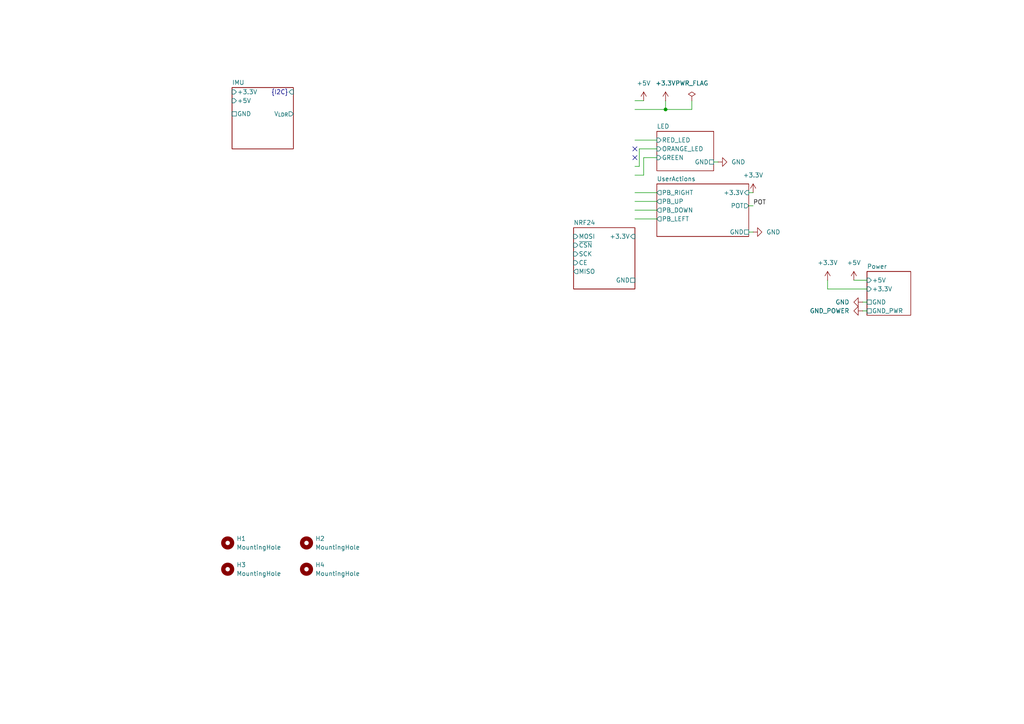
<source format=kicad_sch>
(kicad_sch (version 20231120) (generator "eeschema") (generator_version "8.0")
  (paper "A4")
  (title_block (title "Main interface") (date "2024-08-29") (rev "1.0") (company "Designed by CREPP-NLG"))
  (lib_symbols
    (symbol "MCU_Microchip_ATmega:ATmega328P-A"
      (property "Reference" "U" (at -12.7 36.83 0))
      (property "Value" "ATmega328P-A" (at 2.54 -36.83 0))
      (symbol "ATmega328P-A_0_1"
        (rectangle (start -12.7 -35.56) (end 12.7 35.56) (stroke (width 0.254)) (fill (type background)))
      )
      (symbol "ATmega328P-A_1_1"
        (pin bidirectional line (at 15.24 -20.32 180) (length 2.54) (name "PD3") (number "1"))
        (pin bidirectional line (at 15.24 -27.94 180) (length 2.54) (name "PD6") (number "10"))
        (pin bidirectional line (at 15.24 -30.48 180) (length 2.54) (name "PD7") (number "11"))
        (pin bidirectional line (at 15.24 30.48 180) (length 2.54) (name "PB0") (number "12"))
        (pin bidirectional line (at 15.24 27.94 180) (length 2.54) (name "PB1") (number "13"))
        (pin bidirectional line (at 15.24 25.4 180) (length 2.54) (name "PB2") (number "14"))
        (pin bidirectional line (at 15.24 22.86 180) (length 2.54) (name "PB3") (number "15"))
        (pin bidirectional line (at 15.24 20.32 180) (length 2.54) (name "PB4") (number "16"))
        (pin bidirectional line (at 15.24 17.78 180) (length 2.54) (name "PB5") (number "17"))
        (pin power_in line (at 2.54 38.1 270) (length 2.54) (name "AVCC") (number "18"))
        (pin input line (at -15.24 25.4 0) (length 2.54) (name "ADC6") (number "19"))
        (pin bidirectional line (at 15.24 -22.86 180) (length 2.54) (name "PD4") (number "2"))
        (pin passive line (at -15.24 30.48 0) (length 2.54) (name "AREF") (number "20"))
        (pin passive line (at 0 -38.1 90) (length 2.54) hide (name "GND") (number "21"))
        (pin input line (at -15.24 22.86 0) (length 2.54) (name "ADC7") (number "22"))
        (pin bidirectional line (at 15.24 7.62 180) (length 2.54) (name "PC0") (number "23"))
        (pin bidirectional line (at 15.24 5.08 180) (length 2.54) (name "PC1") (number "24"))
        (pin bidirectional line (at 15.24 2.54 180) (length 2.54) (name "PC2") (number "25"))
        (pin bidirectional line (at 15.24 0 180) (length 2.54) (name "PC3") (number "26"))
        (pin bidirectional line (at 15.24 -2.54 180) (length 2.54) (name "PC4") (number "27"))
        (pin bidirectional line (at 15.24 -5.08 180) (length 2.54) (name "PC5") (number "28"))
        (pin bidirectional line (at 15.24 -7.62 180) (length 2.54) (name "~{RESET}/PC6") (number "29"))
        (pin power_in line (at 0 -38.1 90) (length 2.54) (name "GND") (number "3"))
        (pin bidirectional line (at 15.24 -12.7 180) (length 2.54) (name "PD0") (number "30"))
        (pin bidirectional line (at 15.24 -15.24 180) (length 2.54) (name "PD1") (number "31"))
        (pin bidirectional line (at 15.24 -17.78 180) (length 2.54) (name "PD2") (number "32"))
        (pin power_in line (at 0 38.1 270) (length 2.54) (name "VCC") (number "4"))
        (pin passive line (at 0 -38.1 90) (length 2.54) hide (name "GND") (number "5"))
        (pin passive line (at 0 38.1 270) (length 2.54) hide (name "VCC") (number "6"))
        (pin bidirectional line (at 15.24 15.24 180) (length 2.54) (name "XTAL1/PB6") (number "7"))
        (pin bidirectional line (at 15.24 12.7 180) (length 2.54) (name "XTAL2/PB7") (number "8"))
        (pin bidirectional line (at 15.24 -25.4 180) (length 2.54) (name "PD5") (number "9"))
      )
    )
    (symbol "Mechanical:MountingHole" (pin_names (offset 1.016)) (exclude_from_sim yes) (in_bom no)
      (property "Reference" "H" (at 0 5.08 0))
      (property "Value" "MountingHole" (at 0 3.175 0))
      (symbol "MountingHole_0_1"
        (circle (center 0 0) (radius 1.27) (stroke (width 1.27)))
      )
    )
    (symbol "power:+3.3V" (power) (pin_numbers hide) (pin_names (offset 0) hide)
      (property "Value" "+3.3V" (at 0 3.556 0))
      (symbol "+3.3V_0_1"
        (polyline (pts (xy -0.762 1.27) (xy 0 2.54)))
        (polyline (pts (xy 0 0) (xy 0 2.54)))
        (polyline (pts (xy 0 2.54) (xy 0.762 1.27)))
      )
      (symbol "+3.3V_1_1"
        (pin power_in line (at 0 0 90) (length 0) (name "~") (number "1"))
      )
    )
    (symbol "power:GND" (power) (pin_numbers hide) (pin_names (offset 0) hide)
      (property "Value" "GND" (at 0 -3.81 0))
      (symbol "GND_0_1"
        (polyline (pts (xy 0 0) (xy 0 -1.27) (xy 1.27 -1.27) (xy 0 -2.54) (xy -1.27 -1.27) (xy 0 -1.27)))
      )
      (symbol "GND_1_1"
        (pin power_in line (at 0 0 270) (length 0) (name "~") (number "1"))
      )
    )
    (symbol "power:PWR_FLAG" (power) (pin_numbers hide) (pin_names (offset 0) hide)
      (property "Value" "PWR_FLAG" (at 0 3.81 0))
      (symbol "PWR_FLAG_0_0"
        (pin power_out line (at 0 0 90) (length 0) (name "~") (number "1"))
      )
      (symbol "PWR_FLAG_0_1"
        (polyline (pts (xy 0 0) (xy 0 1.27) (xy -1.016 1.905) (xy 0 2.54) (xy 1.016 1.905) (xy 0 1.27)))
      )
    )
  )
  (junction (at 193.04 31.75))
  (no_connect (at 184.15 43.18))
  (no_connect (at 184.15 45.72))
  (wire (pts (xy 217.17 67.31) (xy 218.44 67.31)))
  (wire (pts (xy 240.03 83.82) (xy 251.46 83.82)))
  (wire (pts (xy 247.65 81.28) (xy 251.46 81.28)))
  (wire (pts (xy 240.03 81.28) (xy 240.03 83.82)))
  (wire (pts (xy 184.15 55.88) (xy 190.5 55.88)))
  (wire (pts (xy 217.17 55.88) (xy 218.44 55.88)))
  (wire (pts (xy 207.01 46.99) (xy 208.28 46.99)))
  (wire (pts (xy 185.42 48.26) (xy 184.15 48.26)))
  (wire (pts (xy 184.15 63.5) (xy 190.5 63.5)))
  (wire (pts (xy 200.66 29.21) (xy 200.66 31.75)))
  (wire (pts (xy 184.15 50.8) (xy 186.69 50.8)))
  (wire (pts (xy 250.19 87.63) (xy 251.46 87.63)))
  (wire (pts (xy 185.42 43.18) (xy 185.42 48.26)))
  (wire (pts (xy 217.17 59.69) (xy 218.44 59.69)))
  (wire (pts (xy 186.69 50.8) (xy 186.69 45.72)))
  (wire (pts (xy 184.15 60.96) (xy 190.5 60.96)))
  (wire (pts (xy 184.15 29.21) (xy 186.69 29.21)))
  (wire (pts (xy 184.15 58.42) (xy 190.5 58.42)))
  (wire (pts (xy 186.69 45.72) (xy 190.5 45.72)))
  (wire (pts (xy 250.19 90.17) (xy 251.46 90.17)))
  (wire (pts (xy 190.5 43.18) (xy 185.42 43.18)))
  (wire (pts (xy 184.15 31.75) (xy 193.04 31.75)))
  (wire (pts (xy 193.04 31.75) (xy 200.66 31.75)))
  (wire (pts (xy 193.04 31.75) (xy 193.04 29.21)))
  (wire (pts (xy 184.15 40.64) (xy 190.5 40.64)))
  (label "POT" (at 218.44 59.69 0))
  (symbol (lib_id "Mechanical:MountingHole") (at 88.9 157.48 0) (unit 1) (exclude_from_sim yes) (in_bom no)
    (property "Reference" "H2" (at 91.44 156.2099 0) (effects (justify left)))
    (property "Value" "MountingHole" (at 91.44 158.7499 0) (effects (justify left)))
    (property "Footprint" "MountingHole:MountingHole_3.2mm_M3" (effects (hide yes)))
    (property "Description" "Mounting Hole without connection" (effects (hide yes)))
  )
  (symbol (lib_id "power:GND") (at 208.28 46.99 90) (unit 1)
    (property "Reference" "#PWR016" (effects (hide yes)))
    (property "Value" "GND" (at 212.09 46.9899 90) (effects (justify right)))
    (property "Description" "Power symbol creates a global label with name \"GND\" , ground" (effects (hide yes)))
  )
  (symbol (lib_id "power:+3.3V") (at 240.03 81.28 0) (unit 1)
    (property "Reference" "#PWR021" (effects (hide yes)))
    (property "Value" "+3.3V" (at 240.03 76.2 0))
    (property "Description" "Power symbol creates a global label with name \"+3.3V\"" (effects (hide yes)))
  )
  (symbol (lib_id "power:+3.3V") (at 186.69 29.21 0) (unit 1)
    (property "Reference" "#PWR06" (effects (hide yes)))
    (property "Value" "+5V" (at 186.69 24.13 0))
    (property "Description" "Power symbol creates a global label with name \"+3.3V\"" (effects (hide yes)))
  )
  (symbol (lib_id "power:+3.3V") (at 193.04 29.21 0) (unit 1)
    (property "Reference" "#PWR05" (effects (hide yes)))
    (property "Value" "+3.3V" (at 193.04 24.13 0))
    (property "Description" "Power symbol creates a global label with name \"+3.3V\"" (effects (hide yes)))
  )
  (symbol (lib_id "power:+3.3V") (at 218.44 55.88 0) (unit 1)
    (property "Reference" "#PWR020" (effects (hide yes)))
    (property "Value" "+3.3V" (at 218.44 50.8 0))
    (property "Description" "Power symbol creates a global label with name \"+3.3V\"" (effects (hide yes)))
  )
  (symbol (lib_id "power:GND") (at 250.19 90.17 270) (unit 1)
    (property "Reference" "#PWR022" (effects (hide yes)))
    (property "Value" "GND_POWER" (at 246.38 90.1699 90) (effects (justify right)))
    (property "Description" "Power symbol creates a global label with name \"GND\" , ground" (effects (hide yes)))
  )
  (symbol (lib_id "power:GND") (at 250.19 87.63 270) (unit 1)
    (property "Reference" "#PWR017" (effects (hide yes)))
    (property "Value" "GND" (at 246.38 87.6299 90) (effects (justify right)))
    (property "Description" "Power symbol creates a global label with name \"GND\" , ground" (effects (hide yes)))
  )
  (symbol (lib_id "power:PWR_FLAG") (at 200.66 29.21 0) (unit 1)
    (property "Reference" "#FLG01" (effects (hide yes)))
    (property "Value" "PWR_FLAG" (at 200.66 24.13 0))
    (property "Description" "Special symbol for telling ERC where power comes from" (effects (hide yes)))
  )
  (symbol (lib_id "MCU_Microchip_ATmega:ATmega328P-A") (at -26.67 106.68 0) (unit 1)
    (property "Reference" "U1" (at -24.4759 144.78 0) (effects (justify left)))
    (property "Value" "ATmega328P-A" (at -24.4759 147.32 0) (effects (justify left)))
    (property "Footprint" "Package_QFP:TQFP-32_7x7mm_P0.8mm" (effects (hide yes)))
    (property "Datasheet" "http://ww1.microchip.com/downloads/en/DeviceDoc/ATmega328_P%20AVR%20MCU%20with%20picoPower%20Technology%20Data%20Sheet%2040001984A.pdf" (effects (hide yes)))
    (property "Description" "20MHz, 32kB Flash, 2kB SRAM, 1kB EEPROM, TQFP-32" (effects (hide yes)))
  )
  (symbol (lib_id "power:GND") (at 218.44 67.31 90) (unit 1)
    (property "Reference" "#PWR015" (effects (hide yes)))
    (property "Value" "GND" (at 222.25 67.3099 90) (effects (justify right)))
    (property "Description" "Power symbol creates a global label with name \"GND\" , ground" (effects (hide yes)))
  )
  (symbol (lib_id "power:+3.3V") (at 247.65 81.28 0) (unit 1)
    (property "Reference" "#PWR024" (effects (hide yes)))
    (property "Value" "+5V" (at 247.65 76.2 0))
    (property "Description" "Power symbol creates a global label with name \"+3.3V\"" (effects (hide yes)))
  )
  (symbol (lib_id "Mechanical:MountingHole") (at 88.9 165.1 0) (unit 1) (exclude_from_sim yes) (in_bom no)
    (property "Reference" "H4" (at 91.44 163.8299 0) (effects (justify left)))
    (property "Value" "MountingHole" (at 91.44 166.3699 0) (effects (justify left)))
    (property "Footprint" "MountingHole:MountingHole_3.2mm_M3" (effects (hide yes)))
    (property "Description" "Mounting Hole without connection" (effects (hide yes)))
  )
  (symbol (lib_id "Mechanical:MountingHole") (at 66.04 165.1 0) (unit 1) (exclude_from_sim yes) (in_bom no)
    (property "Reference" "H3" (at 68.58 163.8299 0) (effects (justify left)))
    (property "Value" "MountingHole" (at 68.58 166.3699 0) (effects (justify left)))
    (property "Footprint" "MountingHole:MountingHole_3.2mm_M3" (effects (hide yes)))
    (property "Description" "Mounting Hole without connection" (effects (hide yes)))
  )
  (symbol (lib_id "Mechanical:MountingHole") (at 66.04 157.48 0) (unit 1) (exclude_from_sim yes) (in_bom no)
    (property "Reference" "H1" (at 68.58 156.2099 0) (effects (justify left)))
    (property "Value" "MountingHole" (at 68.58 158.7499 0) (effects (justify left)))
    (property "Footprint" "MountingHole:MountingHole_3.2mm_M3" (effects (hide yes)))
    (property "Description" "Mounting Hole without connection" (effects (hide yes)))
  )
  (sheet (at 166.37 66.04) (size 17.78 17.78) (stroke (width 0.1524))
    (property "Sheetname" "NRF24" (at 166.37 65.3284 0) (effects (justify left bottom)))
    (property "Sheetfile" "Modules/NRF24.kicad_sch" (effects (hide yes)))
    (pin "GND" passive (at 184.15 81.28 0))
    (pin "+3.3V" input (at 184.15 68.58 0))
    (pin "MOSI" input (at 166.37 68.58 180))
    (pin "~{CSN}" input (at 166.37 71.12 180))
    (pin "SCK" input (at 166.37 73.66 180))
    (pin "CE" input (at 166.37 76.2 180))
    (pin "MISO" output (at 166.37 78.74 180))
  )
  (sheet (at 67.31 25.4) (size 17.78 17.78) (stroke (width 0.1524))
    (property "Sheetname" "IMU" (at 67.31 24.6884 0) (effects (justify left bottom)))
    (property "Sheetfile" "Modules/IMU.kicad_sch" (effects (hide yes)))
    (pin "GND" passive (at 67.31 33.02 180))
    (pin "+3.3V" input (at 67.31 26.67 180))
    (pin "V_{LDR}" output (at 85.09 33.02 0))
    (pin "+5V" input (at 67.31 29.21 180))
    (pin "{I2C}" input (at 85.09 26.67 0))
  )
  (sheet (at 190.5 53.34) (size 26.67 15.24) (stroke (width 0.1524))
    (property "Sheetname" "UserActions" (at 190.5 52.6284 0) (effects (justify left bottom)))
    (property "Sheetfile" "Modules/UserActions.kicad_sch" (effects (hide yes)))
    (pin "GND" passive (at 217.17 67.31 0))
    (pin "PB_RIGHT" output (at 190.5 55.88 180))
    (pin "PB_UP" output (at 190.5 58.42 180))
    (pin "PB_DOWN" output (at 190.5 60.96 180))
    (pin "PB_LEFT" output (at 190.5 63.5 180))
    (pin "+3.3V" input (at 217.17 55.88 0))
    (pin "POT" output (at 217.17 59.69 0))
  )
  (sheet (at 251.46 78.74) (size 12.7 12.7) (stroke (width 0.1524))
    (property "Sheetname" "Power" (at 251.46 78.0284 0) (effects (justify left bottom)))
    (property "Sheetfile" "Modules/Power.kicad_sch" (effects (hide yes)))
    (pin "+3.3V" input (at 251.46 83.82 180))
    (pin "GND" passive (at 251.46 87.63 180))
    (pin "+5V" input (at 251.46 81.28 180))
    (pin "GND_PWR" passive (at 251.46 90.17 180))
  )
  (sheet (at 190.5 38.1) (size 16.51 11.43) (stroke (width 0.1524))
    (property "Sheetname" "LED" (at 190.5 37.3884 0) (effects (justify left bottom)))
    (property "Sheetfile" "Modules/LED.kicad_sch" (effects (hide yes)))
    (pin "GREEN" input (at 190.5 45.72 180))
    (pin "ORANGE_LED" input (at 190.5 43.18 180))
    (pin "RED_LED" input (at 190.5 40.64 180))
    (pin "GND" passive (at 207.01 46.99 0))
  )
)
</source>
